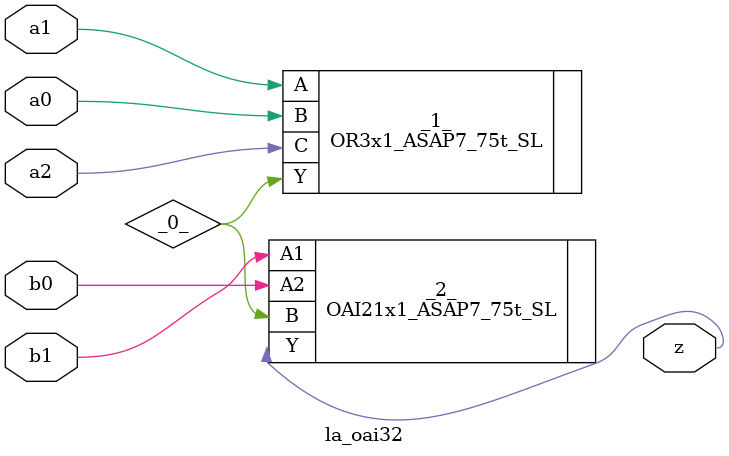
<source format=v>

/* Generated by Yosys 0.44 (git sha1 80ba43d26, g++ 11.4.0-1ubuntu1~22.04 -fPIC -O3) */

(* top =  1  *)
(* src = "generated" *)
module la_oai32 (
    a0,
    a1,
    a2,
    b0,
    b1,
    z
);
  wire _0_;
  (* src = "generated" *)
  input a0;
  wire a0;
  (* src = "generated" *)
  input a1;
  wire a1;
  (* src = "generated" *)
  input a2;
  wire a2;
  (* src = "generated" *)
  input b0;
  wire b0;
  (* src = "generated" *)
  input b1;
  wire b1;
  (* src = "generated" *)
  output z;
  wire z;
  OR3x1_ASAP7_75t_SL _1_ (
      .A(a1),
      .B(a0),
      .C(a2),
      .Y(_0_)
  );
  OAI21x1_ASAP7_75t_SL _2_ (
      .A1(b1),
      .A2(b0),
      .B (_0_),
      .Y (z)
  );
endmodule

</source>
